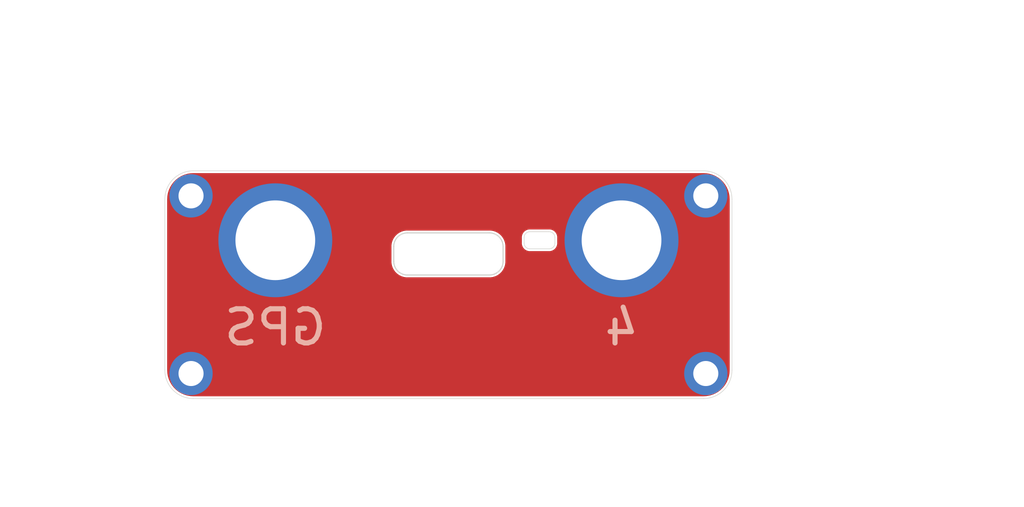
<source format=kicad_pcb>
(kicad_pcb (version 20241229) (generator "pcbnew") (generator_version "9.0")
  (layers (0 "F.Cu" signal) (2 "B.Cu" signal) (13 "F.Paste" user) (15 "B.Paste" user) (5 "F.SilkS" user "F.Silkscreen") (7 "B.SilkS" user "B.Silkscreen") (1 "F.Mask" user) (3 "B.Mask" user) (25 "Edge.Cuts" user))
  (net 0 "")
  (net 1 "GND")
  (footprint "MountingHole:MountingHole_2.2mm_M2_DIN965_Pad" (layer "F.Cu") (at 147.6 97.8)
    (property "Reference" "H1" (hide yes))
    (property "Value" "MountingHole")
    (pad "1" thru_hole circle (at 0 0) (size 3.8 3.8) (drill 2.2) (layers "*.Cu" "*.Mask") (net 1 "GND"))
  )
  (footprint "MountingHole:MountingHole_2.2mm_M2_DIN965_Pad" (layer "F.Cu") (at 102.4 97.8)
    (property "Reference" "H3" (hide yes))
    (property "Value" "MountingHole")
    (pad "1" thru_hole circle (at 0 0) (size 3.8 3.8) (drill 2.2) (layers "*.Cu" "*.Mask") (net 1 "GND"))
  )
  (footprint "MountingHole:MountingHole_2.2mm_M2_DIN965_Pad" (layer "F.Cu") (at 102.4 82.2)
    (property "Reference" "H4" (hide yes))
    (property "Value" "MountingHole")
    (pad "1" thru_hole circle (at 0 0) (size 3.8 3.8) (drill 2.2) (layers "*.Cu" "*.Mask") (net 1 "GND"))
  )
  (footprint "MountingHole:MountingHole_2.2mm_M2_DIN965_Pad" (layer "F.Cu") (at 147.6 82.2)
    (property "Reference" "H2" (hide yes))
    (property "Value" "MountingHole")
    (pad "1" thru_hole circle (at 0 0) (size 3.8 3.8) (drill 2.2) (layers "*.Cu" "*.Mask") (net 1 "GND"))
  )
  (gr_arc (start 128.6 85.45) (mid 129.448528 85.801472) (end 129.8 86.65) (stroke (width 0.1)) (layer "Edge.Cuts"))
  (gr_arc (start 133.85 85.35) (mid 134.203553 85.496447) (end 134.35 85.85) (stroke (width 0.05)) (layer "Edge.Cuts"))
  (gr_arc (start 131.65 85.85) (mid 131.796447 85.496447) (end 132.15 85.35) (stroke (width 0.05)) (layer "Edge.Cuts"))
  (gr_arc (start 120.2 86.65) (mid 120.551472 85.801472) (end 121.4 85.45) (stroke (width 0.1)) (layer "Edge.Cuts"))
  (gr_line (start 121.4 85.45) (end 128.6 85.45) (stroke (width 0.1)) (layer "Edge.Cuts"))
  (gr_line (start 131.65 86.35) (end 131.65 85.85) (stroke (width 0.05)) (layer "Edge.Cuts"))
  (gr_line (start 132.15 85.35) (end 133.85 85.35) (stroke (width 0.05)) (layer "Edge.Cuts"))
  (gr_arc (start 100.1 82.5) (mid 100.832233 80.732233) (end 102.6 80) (stroke (width 0.05)) (layer "Edge.Cuts"))
  (gr_arc (start 147.4 80) (mid 149.167767 80.732233) (end 149.9 82.5) (stroke (width 0.05)) (layer "Edge.Cuts"))
  (gr_arc (start 121.4 89.15) (mid 120.551472 88.798528) (end 120.2 87.95) (stroke (width 0.1)) (layer "Edge.Cuts"))
  (gr_line (start 100.1 97.5) (end 100.1 82.5) (stroke (width 0.05)) (layer "Edge.Cuts"))
  (gr_line (start 120.2 87.95) (end 120.2 86.65) (stroke (width 0.1)) (layer "Edge.Cuts"))
  (gr_arc (start 149.9 97.5) (mid 149.167767 99.267767) (end 147.4 100) (stroke (width 0.05)) (layer "Edge.Cuts"))
  (gr_line (start 134.35 85.85) (end 134.35 86.35) (stroke (width 0.05)) (layer "Edge.Cuts"))
  (gr_arc (start 129.8 87.95) (mid 129.448528 88.798528) (end 128.6 89.15) (stroke (width 0.1)) (layer "Edge.Cuts"))
  (gr_line (start 147.4 100) (end 102.6 100) (stroke (width 0.05)) (layer "Edge.Cuts"))
  (gr_arc (start 134.35 86.35) (mid 134.203553 86.703553) (end 133.85 86.85) (stroke (width 0.05)) (layer "Edge.Cuts"))
  (gr_arc (start 132.15 86.85) (mid 131.796447 86.703553) (end 131.65 86.35) (stroke (width 0.05)) (layer "Edge.Cuts"))
  (gr_line (start 132.15 86.85) (end 133.85 86.85) (stroke (width 0.05)) (layer "Edge.Cuts"))
  (gr_arc (start 102.6 100) (mid 100.832233 99.267767) (end 100.1 97.5) (stroke (width 0.05)) (layer "Edge.Cuts"))
  (gr_line (start 121.4 89.15) (end 128.6 89.15) (stroke (width 0.1)) (layer "Edge.Cuts"))
  (gr_line (start 102.6 80) (end 147.4 80) (stroke (width 0.05)) (layer "Edge.Cuts"))
  (gr_line (start 149.9 82.5) (end 149.9 97.5) (stroke (width 0.05)) (layer "Edge.Cuts"))
  (gr_line (start 129.8 86.65) (end 129.8 87.95) (stroke (width 0.1)) (layer "Edge.Cuts"))
  (gr_text "GPS" (at 109.8 93.75 -0) (layer "B.SilkS") (effects (font (size 3 3) (thickness 0.45)) (justify mirror)))
  (gr_text "4" (at 140.2 93.75 -0) (layer "B.SilkS") (effects (font (size 3 3) (thickness 0.45)) (justify mirror)))
  (via (at 140.2 86.1) (size 10) (drill 7) (layers "F.Cu" "B.Cu") (net 1))
  (via (at 109.8 86.1) (size 10) (drill 7) (layers "F.Cu" "B.Cu") (net 1))
  (zone (net 1) (net_name "GND") (layer "F.Cu") (name "Back") (connect_pads (clearance 0.2)) (min_thickness 0.2) (fill yes (thermal_gap 0.2) (thermal_bridge_width 0.2) (island_removal_mode 1) (island_area_min 10))
    (polygon (pts (xy 100 79.85) (xy 150 79.85) (xy 150 100.15) (xy 100 100.15)))
  )
)
</source>
